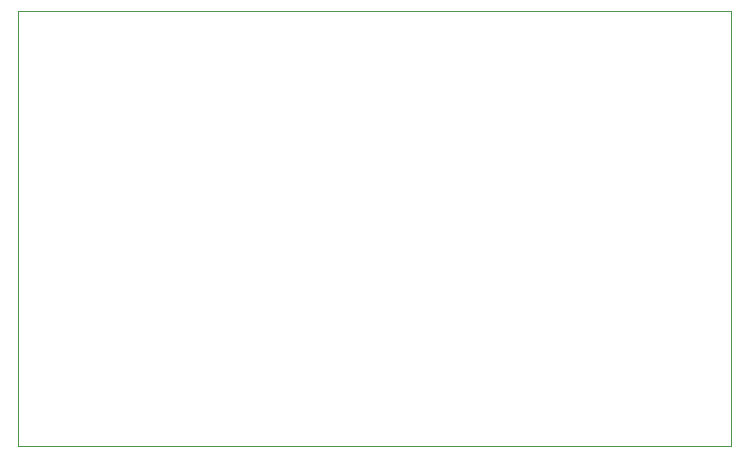
<source format=gbr>
%TF.GenerationSoftware,KiCad,Pcbnew,(5.1.9)-1*%
%TF.CreationDate,2021-10-12T13:38:10+01:00*%
%TF.ProjectId,InlinePowerpoleBOB,496e6c69-6e65-4506-9f77-6572706f6c65,rev?*%
%TF.SameCoordinates,Original*%
%TF.FileFunction,Profile,NP*%
%FSLAX46Y46*%
G04 Gerber Fmt 4.6, Leading zero omitted, Abs format (unit mm)*
G04 Created by KiCad (PCBNEW (5.1.9)-1) date 2021-10-12 13:38:10*
%MOMM*%
%LPD*%
G01*
G04 APERTURE LIST*
%TA.AperFunction,Profile*%
%ADD10C,0.050000*%
%TD*%
G04 APERTURE END LIST*
D10*
X109855000Y-78105000D02*
X109855000Y-41275000D01*
X170180000Y-78105000D02*
X109855000Y-78105000D01*
X170180000Y-41275000D02*
X170180000Y-78105000D01*
X109855000Y-41275000D02*
X170180000Y-41275000D01*
M02*

</source>
